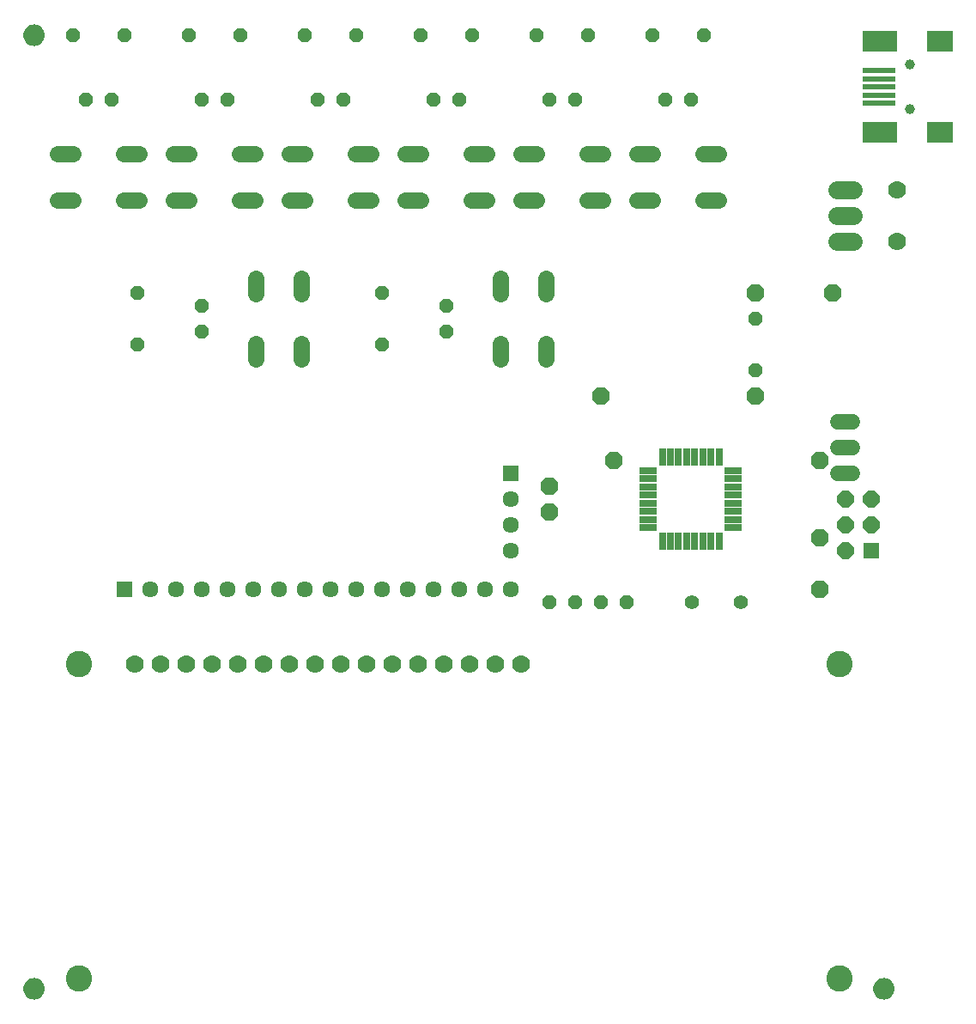
<source format=gts>
G04 EAGLE Gerber RS-274X export*
G75*
%MOMM*%
%FSLAX34Y34*%
%LPD*%
%INSoldermask Top*%
%IPPOS*%
%AMOC8*
5,1,8,0,0,1.08239X$1,22.5*%
G01*
%ADD10C,1.778000*%
%ADD11C,2.601600*%
%ADD12R,1.609600X1.609600*%
%ADD13C,1.609600*%
%ADD14R,1.701600X0.651600*%
%ADD15R,0.651600X1.701600*%
%ADD16P,1.759533X8X112.500000*%
%ADD17R,1.625600X1.625600*%
%ADD18P,1.539592X8X202.500000*%
%ADD19P,1.539592X8X22.500000*%
%ADD20P,1.539592X8X292.500000*%
%ADD21R,2.601600X2.101600*%
%ADD22R,3.401600X2.101600*%
%ADD23R,3.201600X0.601600*%
%ADD24C,1.001600*%
%ADD25P,1.842011X8X292.500000*%
%ADD26C,1.422400*%
%ADD27P,1.842011X8X22.500000*%
%ADD28C,1.524000*%
%ADD29P,1.842011X8X202.500000*%
%ADD30C,1.751600*%
%ADD31P,1.539592X8X112.500000*%
%ADD32C,1.625600*%

G36*
X27192Y954720D02*
X27192Y954720D01*
X27235Y954732D01*
X27301Y954739D01*
X28984Y955190D01*
X29025Y955209D01*
X29088Y955228D01*
X30668Y955965D01*
X30705Y955991D01*
X30764Y956020D01*
X32192Y957020D01*
X32223Y957052D01*
X32276Y957091D01*
X33509Y958324D01*
X33534Y958360D01*
X33580Y958408D01*
X34580Y959836D01*
X34598Y959877D01*
X34635Y959932D01*
X35372Y961512D01*
X35383Y961555D01*
X35410Y961616D01*
X35861Y963299D01*
X35863Y963331D01*
X35870Y963352D01*
X35870Y963367D01*
X35880Y963408D01*
X36032Y965145D01*
X36028Y965189D01*
X36032Y965255D01*
X35880Y966992D01*
X35868Y967035D01*
X35861Y967101D01*
X35410Y968784D01*
X35391Y968825D01*
X35372Y968888D01*
X34635Y970468D01*
X34609Y970505D01*
X34580Y970564D01*
X33580Y971992D01*
X33548Y972023D01*
X33509Y972076D01*
X32276Y973309D01*
X32240Y973334D01*
X32192Y973380D01*
X30764Y974380D01*
X30723Y974398D01*
X30668Y974435D01*
X29088Y975172D01*
X29045Y975183D01*
X28984Y975210D01*
X27301Y975661D01*
X27256Y975664D01*
X27192Y975680D01*
X25455Y975832D01*
X25411Y975828D01*
X25345Y975832D01*
X23608Y975680D01*
X23565Y975668D01*
X23499Y975661D01*
X21816Y975210D01*
X21775Y975191D01*
X21712Y975172D01*
X20132Y974435D01*
X20095Y974409D01*
X20036Y974380D01*
X18608Y973380D01*
X18577Y973348D01*
X18524Y973309D01*
X17291Y972076D01*
X17266Y972040D01*
X17220Y971992D01*
X16220Y970564D01*
X16202Y970523D01*
X16165Y970468D01*
X15428Y968888D01*
X15417Y968845D01*
X15390Y968784D01*
X14939Y967101D01*
X14936Y967056D01*
X14920Y966992D01*
X14768Y965255D01*
X14772Y965211D01*
X14768Y965145D01*
X14920Y963408D01*
X14932Y963365D01*
X14936Y963331D01*
X14936Y963315D01*
X14938Y963310D01*
X14939Y963299D01*
X15390Y961616D01*
X15409Y961575D01*
X15428Y961512D01*
X16165Y959932D01*
X16191Y959895D01*
X16220Y959836D01*
X17220Y958408D01*
X17252Y958377D01*
X17291Y958324D01*
X18524Y957091D01*
X18560Y957066D01*
X18608Y957020D01*
X20036Y956020D01*
X20077Y956002D01*
X20132Y955965D01*
X21712Y955228D01*
X21755Y955217D01*
X21816Y955190D01*
X23499Y954739D01*
X23544Y954736D01*
X23608Y954720D01*
X25345Y954568D01*
X25389Y954572D01*
X25455Y954568D01*
X27192Y954720D01*
G37*
G36*
X865392Y14920D02*
X865392Y14920D01*
X865435Y14932D01*
X865501Y14939D01*
X867184Y15390D01*
X867225Y15409D01*
X867288Y15428D01*
X868868Y16165D01*
X868905Y16191D01*
X868964Y16220D01*
X870392Y17220D01*
X870423Y17252D01*
X870476Y17291D01*
X871709Y18524D01*
X871734Y18560D01*
X871780Y18608D01*
X872780Y20036D01*
X872798Y20077D01*
X872835Y20132D01*
X873572Y21712D01*
X873583Y21755D01*
X873610Y21816D01*
X874061Y23499D01*
X874063Y23531D01*
X874070Y23552D01*
X874070Y23567D01*
X874080Y23608D01*
X874232Y25345D01*
X874228Y25389D01*
X874232Y25455D01*
X874080Y27192D01*
X874068Y27235D01*
X874061Y27301D01*
X873610Y28984D01*
X873591Y29025D01*
X873572Y29088D01*
X872835Y30668D01*
X872809Y30705D01*
X872780Y30764D01*
X871780Y32192D01*
X871748Y32223D01*
X871709Y32276D01*
X870476Y33509D01*
X870440Y33534D01*
X870392Y33580D01*
X868964Y34580D01*
X868923Y34598D01*
X868868Y34635D01*
X867288Y35372D01*
X867245Y35383D01*
X867184Y35410D01*
X865501Y35861D01*
X865456Y35864D01*
X865392Y35880D01*
X863655Y36032D01*
X863611Y36028D01*
X863545Y36032D01*
X861808Y35880D01*
X861765Y35868D01*
X861699Y35861D01*
X860016Y35410D01*
X859975Y35391D01*
X859912Y35372D01*
X858332Y34635D01*
X858295Y34609D01*
X858236Y34580D01*
X856808Y33580D01*
X856777Y33548D01*
X856724Y33509D01*
X855491Y32276D01*
X855466Y32240D01*
X855420Y32192D01*
X854420Y30764D01*
X854402Y30723D01*
X854365Y30668D01*
X853628Y29088D01*
X853617Y29045D01*
X853590Y28984D01*
X853139Y27301D01*
X853136Y27256D01*
X853120Y27192D01*
X852968Y25455D01*
X852972Y25411D01*
X852968Y25345D01*
X853120Y23608D01*
X853132Y23565D01*
X853136Y23531D01*
X853136Y23515D01*
X853138Y23510D01*
X853139Y23499D01*
X853590Y21816D01*
X853609Y21775D01*
X853628Y21712D01*
X854365Y20132D01*
X854391Y20095D01*
X854420Y20036D01*
X855420Y18608D01*
X855452Y18577D01*
X855491Y18524D01*
X856724Y17291D01*
X856760Y17266D01*
X856808Y17220D01*
X858236Y16220D01*
X858277Y16202D01*
X858332Y16165D01*
X859912Y15428D01*
X859955Y15417D01*
X860016Y15390D01*
X861699Y14939D01*
X861744Y14936D01*
X861808Y14920D01*
X863545Y14768D01*
X863589Y14772D01*
X863655Y14768D01*
X865392Y14920D01*
G37*
G36*
X27192Y14920D02*
X27192Y14920D01*
X27235Y14932D01*
X27301Y14939D01*
X28984Y15390D01*
X29025Y15409D01*
X29088Y15428D01*
X30668Y16165D01*
X30705Y16191D01*
X30764Y16220D01*
X32192Y17220D01*
X32223Y17252D01*
X32276Y17291D01*
X33509Y18524D01*
X33534Y18560D01*
X33580Y18608D01*
X34580Y20036D01*
X34598Y20077D01*
X34635Y20132D01*
X35372Y21712D01*
X35383Y21755D01*
X35410Y21816D01*
X35861Y23499D01*
X35863Y23531D01*
X35870Y23552D01*
X35870Y23567D01*
X35880Y23608D01*
X36032Y25345D01*
X36028Y25389D01*
X36032Y25455D01*
X35880Y27192D01*
X35868Y27235D01*
X35861Y27301D01*
X35410Y28984D01*
X35391Y29025D01*
X35372Y29088D01*
X34635Y30668D01*
X34609Y30705D01*
X34580Y30764D01*
X33580Y32192D01*
X33548Y32223D01*
X33509Y32276D01*
X32276Y33509D01*
X32240Y33534D01*
X32192Y33580D01*
X30764Y34580D01*
X30723Y34598D01*
X30668Y34635D01*
X29088Y35372D01*
X29045Y35383D01*
X28984Y35410D01*
X27301Y35861D01*
X27256Y35864D01*
X27192Y35880D01*
X25455Y36032D01*
X25411Y36028D01*
X25345Y36032D01*
X23608Y35880D01*
X23565Y35868D01*
X23499Y35861D01*
X21816Y35410D01*
X21775Y35391D01*
X21712Y35372D01*
X20132Y34635D01*
X20095Y34609D01*
X20036Y34580D01*
X18608Y33580D01*
X18577Y33548D01*
X18524Y33509D01*
X17291Y32276D01*
X17266Y32240D01*
X17220Y32192D01*
X16220Y30764D01*
X16202Y30723D01*
X16165Y30668D01*
X15428Y29088D01*
X15417Y29045D01*
X15390Y28984D01*
X14939Y27301D01*
X14936Y27256D01*
X14920Y27192D01*
X14768Y25455D01*
X14772Y25411D01*
X14768Y25345D01*
X14920Y23608D01*
X14932Y23565D01*
X14936Y23531D01*
X14936Y23515D01*
X14938Y23510D01*
X14939Y23499D01*
X15390Y21816D01*
X15409Y21775D01*
X15428Y21712D01*
X16165Y20132D01*
X16191Y20095D01*
X16220Y20036D01*
X17220Y18608D01*
X17252Y18577D01*
X17291Y18524D01*
X18524Y17291D01*
X18560Y17266D01*
X18608Y17220D01*
X20036Y16220D01*
X20077Y16202D01*
X20132Y16165D01*
X21712Y15428D01*
X21755Y15417D01*
X21816Y15390D01*
X23499Y14939D01*
X23544Y14936D01*
X23608Y14920D01*
X25345Y14768D01*
X25389Y14772D01*
X25455Y14768D01*
X27192Y14920D01*
G37*
D10*
X124500Y345500D03*
X149900Y345500D03*
X175300Y345500D03*
X200700Y345500D03*
X226100Y345500D03*
X251500Y345500D03*
X276900Y345500D03*
X302300Y345500D03*
X327700Y345500D03*
X353100Y345500D03*
X378500Y345500D03*
X403900Y345500D03*
X429300Y345500D03*
X454700Y345500D03*
X480100Y345500D03*
X505500Y345500D03*
D11*
X69500Y35500D03*
X819500Y35500D03*
X69500Y345500D03*
X819500Y345500D03*
D12*
X114300Y419100D03*
D13*
X139700Y419100D03*
X165100Y419100D03*
X190500Y419100D03*
X215900Y419100D03*
X241300Y419100D03*
X266700Y419100D03*
X292100Y419100D03*
X317500Y419100D03*
X342900Y419100D03*
X368300Y419100D03*
X393700Y419100D03*
X419100Y419100D03*
X444500Y419100D03*
X469900Y419100D03*
X495300Y419100D03*
D12*
X495300Y533400D03*
D13*
X495300Y508000D03*
X495300Y482600D03*
X495300Y457200D03*
D14*
X631300Y536000D03*
X631300Y528000D03*
X631300Y520000D03*
X631300Y512000D03*
X631300Y504000D03*
X631300Y496000D03*
X631300Y488000D03*
X631300Y480000D03*
D15*
X645100Y466200D03*
X653100Y466200D03*
X661100Y466200D03*
X669100Y466200D03*
X677100Y466200D03*
X685100Y466200D03*
X693100Y466200D03*
X701100Y466200D03*
D14*
X714900Y480000D03*
X714900Y488000D03*
X714900Y496000D03*
X714900Y504000D03*
X714900Y512000D03*
X714900Y520000D03*
X714900Y528000D03*
X714900Y536000D03*
D15*
X701100Y549800D03*
X693100Y549800D03*
X685100Y549800D03*
X677100Y549800D03*
X669100Y549800D03*
X661100Y549800D03*
X653100Y549800D03*
X645100Y549800D03*
D16*
X825500Y457200D03*
X825500Y482600D03*
X825500Y508000D03*
D17*
X850900Y457200D03*
D16*
X850900Y482600D03*
X850900Y508000D03*
D18*
X457200Y965200D03*
X406400Y965200D03*
D19*
X63500Y965200D03*
X114300Y965200D03*
D20*
X368300Y711200D03*
X368300Y660400D03*
X127000Y711200D03*
X127000Y660400D03*
D18*
X228600Y965200D03*
X177800Y965200D03*
X571500Y965200D03*
X520700Y965200D03*
D19*
X292100Y965200D03*
X342900Y965200D03*
D18*
X685800Y965200D03*
X635000Y965200D03*
D21*
X919000Y958900D03*
X919000Y869900D03*
D22*
X860000Y958900D03*
X860000Y869900D03*
D23*
X859000Y898400D03*
X859000Y906400D03*
X859000Y914400D03*
X859000Y922400D03*
X859000Y930400D03*
D24*
X889000Y892400D03*
X889000Y936400D03*
D25*
X533400Y520700D03*
X533400Y495300D03*
D18*
X609600Y406400D03*
X584200Y406400D03*
X558800Y406400D03*
X533400Y406400D03*
D26*
X722630Y406400D03*
X674370Y406400D03*
D27*
X584200Y609600D03*
X736600Y609600D03*
D28*
X818388Y584200D02*
X832612Y584200D01*
X832612Y558800D02*
X818388Y558800D01*
X818388Y533400D02*
X832612Y533400D01*
D29*
X812800Y711200D03*
X736600Y711200D03*
X800100Y546100D03*
X596900Y546100D03*
D30*
X817250Y812800D02*
X833750Y812800D01*
X833750Y787400D02*
X817250Y787400D01*
X817250Y762000D02*
X833750Y762000D01*
D10*
X876300Y812800D03*
X876300Y762000D03*
D25*
X800100Y469900D03*
X800100Y419100D03*
D31*
X736600Y635000D03*
X736600Y685800D03*
D32*
X64008Y848106D02*
X48768Y848106D01*
X48768Y802894D02*
X64008Y802894D01*
X113792Y848106D02*
X129032Y848106D01*
X129032Y802894D02*
X113792Y802894D01*
X163068Y848106D02*
X178308Y848106D01*
X178308Y802894D02*
X163068Y802894D01*
X228092Y848106D02*
X243332Y848106D01*
X243332Y802894D02*
X228092Y802894D01*
X277368Y848106D02*
X292608Y848106D01*
X292608Y802894D02*
X277368Y802894D01*
X342392Y848106D02*
X357632Y848106D01*
X357632Y802894D02*
X342392Y802894D01*
X620268Y848106D02*
X635508Y848106D01*
X635508Y802894D02*
X620268Y802894D01*
X685292Y848106D02*
X700532Y848106D01*
X700532Y802894D02*
X685292Y802894D01*
X521208Y848106D02*
X505968Y848106D01*
X505968Y802894D02*
X521208Y802894D01*
X570992Y848106D02*
X586232Y848106D01*
X586232Y802894D02*
X570992Y802894D01*
X244094Y660908D02*
X244094Y645668D01*
X289306Y645668D02*
X289306Y660908D01*
X244094Y710692D02*
X244094Y725932D01*
X289306Y725932D02*
X289306Y710692D01*
X391668Y848106D02*
X406908Y848106D01*
X406908Y802894D02*
X391668Y802894D01*
X456692Y848106D02*
X471932Y848106D01*
X471932Y802894D02*
X456692Y802894D01*
X485394Y660908D02*
X485394Y645668D01*
X530606Y645668D02*
X530606Y660908D01*
X485394Y710692D02*
X485394Y725932D01*
X530606Y725932D02*
X530606Y710692D01*
D19*
X76200Y901700D03*
X101600Y901700D03*
X190500Y901700D03*
X215900Y901700D03*
X304800Y901700D03*
X330200Y901700D03*
X647700Y901700D03*
X673100Y901700D03*
X533400Y901700D03*
X558800Y901700D03*
D31*
X431800Y673100D03*
X431800Y698500D03*
X190500Y673100D03*
X190500Y698500D03*
D19*
X419100Y901700D03*
X444500Y901700D03*
M02*

</source>
